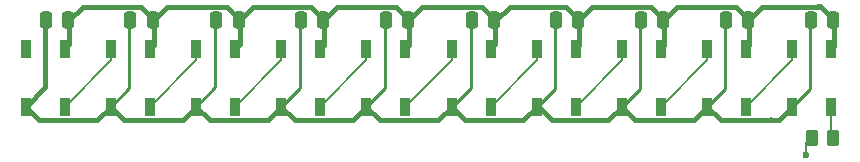
<source format=gbr>
%TF.GenerationSoftware,KiCad,Pcbnew,8.0.6*%
%TF.CreationDate,2025-02-09T14:24:31+00:00*%
%TF.ProjectId,disturbance-free-calling,64697374-7572-4626-916e-63652d667265,rev?*%
%TF.SameCoordinates,Original*%
%TF.FileFunction,Copper,L1,Top*%
%TF.FilePolarity,Positive*%
%FSLAX46Y46*%
G04 Gerber Fmt 4.6, Leading zero omitted, Abs format (unit mm)*
G04 Created by KiCad (PCBNEW 8.0.6) date 2025-02-09 14:24:31*
%MOMM*%
%LPD*%
G01*
G04 APERTURE LIST*
G04 Aperture macros list*
%AMRoundRect*
0 Rectangle with rounded corners*
0 $1 Rounding radius*
0 $2 $3 $4 $5 $6 $7 $8 $9 X,Y pos of 4 corners*
0 Add a 4 corners polygon primitive as box body*
4,1,4,$2,$3,$4,$5,$6,$7,$8,$9,$2,$3,0*
0 Add four circle primitives for the rounded corners*
1,1,$1+$1,$2,$3*
1,1,$1+$1,$4,$5*
1,1,$1+$1,$6,$7*
1,1,$1+$1,$8,$9*
0 Add four rect primitives between the rounded corners*
20,1,$1+$1,$2,$3,$4,$5,0*
20,1,$1+$1,$4,$5,$6,$7,0*
20,1,$1+$1,$6,$7,$8,$9,0*
20,1,$1+$1,$8,$9,$2,$3,0*%
G04 Aperture macros list end*
%TA.AperFunction,SMDPad,CuDef*%
%ADD10RoundRect,0.250000X0.262500X0.450000X-0.262500X0.450000X-0.262500X-0.450000X0.262500X-0.450000X0*%
%TD*%
%TA.AperFunction,SMDPad,CuDef*%
%ADD11RoundRect,0.090000X-0.360000X0.660000X-0.360000X-0.660000X0.360000X-0.660000X0.360000X0.660000X0*%
%TD*%
%TA.AperFunction,SMDPad,CuDef*%
%ADD12RoundRect,0.250000X0.250000X0.475000X-0.250000X0.475000X-0.250000X-0.475000X0.250000X-0.475000X0*%
%TD*%
%TA.AperFunction,ViaPad*%
%ADD13C,0.600000*%
%TD*%
%TA.AperFunction,ViaPad*%
%ADD14C,0.500000*%
%TD*%
%TA.AperFunction,Conductor*%
%ADD15C,0.203200*%
%TD*%
%TA.AperFunction,Conductor*%
%ADD16C,0.381000*%
%TD*%
%TA.AperFunction,Conductor*%
%ADD17C,0.254000*%
%TD*%
%TA.AperFunction,Conductor*%
%ADD18C,0.200000*%
%TD*%
G04 APERTURE END LIST*
D10*
%TO.P,R1,1*%
%TO.N,DATA*%
X137312500Y-65200000D03*
%TO.P,R1,2*%
%TO.N,Net-(U1-PA02_A0_D0)*%
X135487500Y-65200000D03*
%TD*%
D11*
%TO.P,D4,1,VDD*%
%TO.N,+5V*%
X115509372Y-57632500D03*
%TO.P,D4,2,DOUT*%
%TO.N,Net-(D4-DOUT)*%
X112209372Y-57632500D03*
%TO.P,D4,3,VSS*%
%TO.N,GND*%
X112209372Y-62532500D03*
%TO.P,D4,4,DIN*%
%TO.N,Net-(D3-DOUT)*%
X115509372Y-62532500D03*
%TD*%
%TO.P,D10,1,VDD*%
%TO.N,+5V*%
X72247484Y-57632500D03*
%TO.P,D10,2,DOUT*%
%TO.N,unconnected-(D10-DOUT-Pad2)*%
X68947484Y-57632500D03*
%TO.P,D10,3,VSS*%
%TO.N,GND*%
X68947484Y-62532500D03*
%TO.P,D10,4,DIN*%
%TO.N,Net-(D10-DIN)*%
X72247484Y-62532500D03*
%TD*%
D12*
%TO.P,C10,1*%
%TO.N,+5V*%
X72550000Y-55200000D03*
%TO.P,C10,2*%
%TO.N,GND*%
X70650000Y-55200000D03*
%TD*%
D11*
%TO.P,D5,1,VDD*%
%TO.N,+5V*%
X108299058Y-57632500D03*
%TO.P,D5,2,DOUT*%
%TO.N,Net-(D5-DOUT)*%
X104999058Y-57632500D03*
%TO.P,D5,3,VSS*%
%TO.N,GND*%
X104999058Y-62532500D03*
%TO.P,D5,4,DIN*%
%TO.N,Net-(D4-DOUT)*%
X108299058Y-62532500D03*
%TD*%
D12*
%TO.P,C5,1*%
%TO.N,+5V*%
X108587500Y-55200000D03*
%TO.P,C5,2*%
%TO.N,GND*%
X106687500Y-55200000D03*
%TD*%
D11*
%TO.P,D1,1,VDD*%
%TO.N,+5V*%
X137140314Y-57632500D03*
%TO.P,D1,2,DOUT*%
%TO.N,Net-(D1-DOUT)*%
X133840314Y-57632500D03*
%TO.P,D1,3,VSS*%
%TO.N,GND*%
X133840314Y-62532500D03*
%TO.P,D1,4,DIN*%
%TO.N,DATA*%
X137140314Y-62532500D03*
%TD*%
D12*
%TO.P,C4,1*%
%TO.N,+5V*%
X115712500Y-55200000D03*
%TO.P,C4,2*%
%TO.N,GND*%
X113812500Y-55200000D03*
%TD*%
%TO.P,C7,1*%
%TO.N,+5V*%
X94112500Y-55200000D03*
%TO.P,C7,2*%
%TO.N,GND*%
X92212500Y-55200000D03*
%TD*%
D11*
%TO.P,D3,1,VDD*%
%TO.N,+5V*%
X122719686Y-57632500D03*
%TO.P,D3,2,DOUT*%
%TO.N,Net-(D3-DOUT)*%
X119419686Y-57632500D03*
%TO.P,D3,3,VSS*%
%TO.N,GND*%
X119419686Y-62532500D03*
%TO.P,D3,4,DIN*%
%TO.N,Net-(D2-DOUT)*%
X122719686Y-62532500D03*
%TD*%
%TO.P,D7,1,VDD*%
%TO.N,+5V*%
X93878430Y-57632500D03*
%TO.P,D7,2,DOUT*%
%TO.N,Net-(D7-DOUT)*%
X90578430Y-57632500D03*
%TO.P,D7,3,VSS*%
%TO.N,GND*%
X90578430Y-62532500D03*
%TO.P,D7,4,DIN*%
%TO.N,Net-(D6-DOUT)*%
X93878430Y-62532500D03*
%TD*%
D12*
%TO.P,C8,1*%
%TO.N,+5V*%
X86987500Y-55200000D03*
%TO.P,C8,2*%
%TO.N,GND*%
X85087500Y-55200000D03*
%TD*%
%TO.P,C1,1*%
%TO.N,+5V*%
X137312500Y-55200000D03*
%TO.P,C1,2*%
%TO.N,GND*%
X135412500Y-55200000D03*
%TD*%
D11*
%TO.P,D6,1,VDD*%
%TO.N,+5V*%
X101088744Y-57632500D03*
%TO.P,D6,2,DOUT*%
%TO.N,Net-(D6-DOUT)*%
X97788744Y-57632500D03*
%TO.P,D6,3,VSS*%
%TO.N,GND*%
X97788744Y-62532500D03*
%TO.P,D6,4,DIN*%
%TO.N,Net-(D5-DOUT)*%
X101088744Y-62532500D03*
%TD*%
D12*
%TO.P,C6,1*%
%TO.N,+5V*%
X101312500Y-55200000D03*
%TO.P,C6,2*%
%TO.N,GND*%
X99412500Y-55200000D03*
%TD*%
%TO.P,C3,1*%
%TO.N,+5V*%
X122912500Y-55200000D03*
%TO.P,C3,2*%
%TO.N,GND*%
X121012500Y-55200000D03*
%TD*%
%TO.P,C9,1*%
%TO.N,+5V*%
X79712500Y-55200000D03*
%TO.P,C9,2*%
%TO.N,GND*%
X77812500Y-55200000D03*
%TD*%
D11*
%TO.P,D2,1,VDD*%
%TO.N,+5V*%
X129930000Y-57632500D03*
%TO.P,D2,2,DOUT*%
%TO.N,Net-(D2-DOUT)*%
X126630000Y-57632500D03*
%TO.P,D2,3,VSS*%
%TO.N,GND*%
X126630000Y-62532500D03*
%TO.P,D2,4,DIN*%
%TO.N,Net-(D1-DOUT)*%
X129930000Y-62532500D03*
%TD*%
D12*
%TO.P,C2,1*%
%TO.N,+5V*%
X130112500Y-55200000D03*
%TO.P,C2,2*%
%TO.N,GND*%
X128212500Y-55200000D03*
%TD*%
D11*
%TO.P,D8,1,VDD*%
%TO.N,+5V*%
X86668116Y-57632500D03*
%TO.P,D8,2,DOUT*%
%TO.N,Net-(D8-DOUT)*%
X83368116Y-57632500D03*
%TO.P,D8,3,VSS*%
%TO.N,GND*%
X83368116Y-62532500D03*
%TO.P,D8,4,DIN*%
%TO.N,Net-(D7-DOUT)*%
X86668116Y-62532500D03*
%TD*%
%TO.P,D9,1,VDD*%
%TO.N,+5V*%
X79457802Y-57632500D03*
%TO.P,D9,2,DOUT*%
%TO.N,Net-(D10-DIN)*%
X76157802Y-57632500D03*
%TO.P,D9,3,VSS*%
%TO.N,GND*%
X76157802Y-62532500D03*
%TO.P,D9,4,DIN*%
%TO.N,Net-(D8-DOUT)*%
X79457802Y-62532500D03*
%TD*%
D13*
%TO.N,+5V*%
X136200000Y-54084500D03*
D14*
%TO.N,GND*%
X132000000Y-63673000D03*
D13*
%TO.N,Net-(U1-PA02_A0_D0)*%
X135000000Y-66600000D03*
%TD*%
D15*
%TO.N,Net-(D1-DOUT)*%
X133840314Y-57632500D02*
X133840314Y-58622186D01*
X133840314Y-58622186D02*
X129930000Y-62532500D01*
D16*
%TO.N,+5V*%
X136284500Y-54084500D02*
X137400000Y-55200000D01*
X137400000Y-55200000D02*
X137400000Y-57372814D01*
X78684500Y-54084500D02*
X73753000Y-54084500D01*
X79800000Y-57290302D02*
X79457802Y-57632500D01*
X72637500Y-55200000D02*
X72637500Y-57242484D01*
X87075000Y-55200000D02*
X85959500Y-54084500D01*
X94200000Y-55200000D02*
X95315500Y-54084500D01*
X136200000Y-54084500D02*
X131315500Y-54084500D01*
X85959500Y-54084500D02*
X80915500Y-54084500D01*
X114684500Y-54084500D02*
X115800000Y-55200000D01*
X79600000Y-55200000D02*
X79800000Y-55200000D01*
X108675000Y-55200000D02*
X108675000Y-57256558D01*
X87075000Y-57225616D02*
X86668116Y-57632500D01*
X94200000Y-55200000D02*
X94200000Y-57310930D01*
X107559500Y-54084500D02*
X108675000Y-55200000D01*
X129084500Y-54084500D02*
X130200000Y-55200000D01*
X130200000Y-57362500D02*
X129930000Y-57632500D01*
X115800000Y-57341872D02*
X115509372Y-57632500D01*
X101400000Y-55200000D02*
X102515500Y-54084500D01*
X102515500Y-54084500D02*
X107559500Y-54084500D01*
X108675000Y-57256558D02*
X108299058Y-57632500D01*
X79800000Y-55200000D02*
X78684500Y-54084500D01*
X87075000Y-55200000D02*
X88190500Y-54084500D01*
X79800000Y-55200000D02*
X79400000Y-55600000D01*
X73753000Y-54084500D02*
X72637500Y-55200000D01*
X130200000Y-55200000D02*
X130200000Y-57362500D01*
X116915500Y-54084500D02*
X117800000Y-54084500D01*
X94200000Y-57310930D02*
X93878430Y-57632500D01*
X79800000Y-55200000D02*
X79800000Y-57290302D01*
X137400000Y-57372814D02*
X137140314Y-57632500D01*
X93084500Y-54084500D02*
X94200000Y-55200000D01*
X117800000Y-54084500D02*
X121884500Y-54084500D01*
X123000000Y-55200000D02*
X124115500Y-54084500D01*
X115800000Y-55200000D02*
X115800000Y-57341872D01*
X87075000Y-55200000D02*
X87075000Y-57225616D01*
X123000000Y-55200000D02*
X123000000Y-57352186D01*
X79400000Y-57574698D02*
X79457802Y-57632500D01*
X115800000Y-55200000D02*
X116915500Y-54084500D01*
X109915500Y-54084500D02*
X114684500Y-54084500D01*
X108800000Y-55200000D02*
X109915500Y-54084500D01*
X123000000Y-57352186D02*
X122719686Y-57632500D01*
X101400000Y-57321244D02*
X101088744Y-57632500D01*
X108675000Y-55200000D02*
X108800000Y-55200000D01*
X72637500Y-57242484D02*
X72247484Y-57632500D01*
X136200000Y-54084500D02*
X136284500Y-54084500D01*
X121884500Y-54084500D02*
X123000000Y-55200000D01*
X131315500Y-54084500D02*
X130200000Y-55200000D01*
X88190500Y-54084500D02*
X93084500Y-54084500D01*
X95315500Y-54084500D02*
X100284500Y-54084500D01*
X72637500Y-55200000D02*
X72637500Y-55237500D01*
X101400000Y-55200000D02*
X101400000Y-57321244D01*
X100284500Y-54084500D02*
X101400000Y-55200000D01*
X124115500Y-54084500D02*
X129084500Y-54084500D01*
X80915500Y-54084500D02*
X79800000Y-55200000D01*
%TO.N,GND*%
X112209372Y-62532500D02*
X112369058Y-62532500D01*
D17*
X77725000Y-60965302D02*
X76157802Y-62532500D01*
X135325000Y-61047814D02*
X133840314Y-62532500D01*
X120925000Y-61027186D02*
X119419686Y-62532500D01*
D16*
X82227616Y-63673000D02*
X83368116Y-62532500D01*
X70562500Y-55200000D02*
X70562500Y-60917484D01*
X84508616Y-63673000D02*
X89437930Y-63673000D01*
X70562500Y-60917484D02*
X68947484Y-62532500D01*
D17*
X128125000Y-55200000D02*
X128125000Y-61037500D01*
X113725000Y-55200000D02*
X113725000Y-61016872D01*
X128125000Y-61037500D02*
X126630000Y-62532500D01*
X106600000Y-55200000D02*
X106600000Y-60931558D01*
D16*
X103858558Y-63673000D02*
X104999058Y-62532500D01*
X127770500Y-63673000D02*
X132699814Y-63673000D01*
D17*
X77725000Y-55200000D02*
X77725000Y-60965302D01*
D16*
X76157802Y-62532500D02*
X77298302Y-63673000D01*
X89437930Y-63673000D02*
X90578430Y-62532500D01*
X70087984Y-63673000D02*
X75017302Y-63673000D01*
X68947484Y-62532500D02*
X70087984Y-63673000D01*
D17*
X113725000Y-61016872D02*
X112209372Y-62532500D01*
X99325000Y-55200000D02*
X99325000Y-60996244D01*
D16*
X113509558Y-63673000D02*
X116600000Y-63673000D01*
D17*
X92125000Y-60985930D02*
X90578430Y-62532500D01*
D16*
X97788744Y-62532500D02*
X98929244Y-63673000D01*
X111068872Y-63673000D02*
X112209372Y-62532500D01*
X96648244Y-63673000D02*
X97788744Y-62532500D01*
X132699814Y-63673000D02*
X133840314Y-62532500D01*
D17*
X99325000Y-60996244D02*
X97788744Y-62532500D01*
D16*
X106139558Y-63673000D02*
X111068872Y-63673000D01*
X75017302Y-63673000D02*
X76157802Y-62532500D01*
X91718930Y-63673000D02*
X96648244Y-63673000D01*
D17*
X92125000Y-55200000D02*
X92125000Y-60985930D01*
D16*
X83368116Y-62532500D02*
X84508616Y-63673000D01*
X112369058Y-62532500D02*
X113509558Y-63673000D01*
X116600000Y-63673000D02*
X118279186Y-63673000D01*
X120560186Y-63673000D02*
X125489500Y-63673000D01*
X118279186Y-63673000D02*
X119419686Y-62532500D01*
X90578430Y-62532500D02*
X91718930Y-63673000D01*
D17*
X120925000Y-55200000D02*
X120925000Y-61027186D01*
D16*
X132000000Y-63673000D02*
X132699814Y-63673000D01*
X77298302Y-63673000D02*
X82227616Y-63673000D01*
D17*
X135325000Y-55200000D02*
X135325000Y-61047814D01*
X85000000Y-60900616D02*
X83368116Y-62532500D01*
X106600000Y-60931558D02*
X104999058Y-62532500D01*
D16*
X70400000Y-55362500D02*
X70562500Y-55200000D01*
X125489500Y-63673000D02*
X126630000Y-62532500D01*
X119419686Y-62532500D02*
X120560186Y-63673000D01*
D17*
X85000000Y-55200000D02*
X85000000Y-60900616D01*
D16*
X90578430Y-62532500D02*
X90578430Y-62178430D01*
X98929244Y-63673000D02*
X103858558Y-63673000D01*
X126630000Y-62532500D02*
X127770500Y-63673000D01*
X104999058Y-62532500D02*
X106139558Y-63673000D01*
D15*
%TO.N,Net-(D2-DOUT)*%
X126630000Y-57632500D02*
X126630000Y-58622186D01*
X126630000Y-58622186D02*
X122719686Y-62532500D01*
%TO.N,Net-(D3-DOUT)*%
X119419686Y-57632500D02*
X119419686Y-58622186D01*
X119419686Y-58622186D02*
X115509372Y-62532500D01*
%TO.N,Net-(D4-DOUT)*%
X112209372Y-58622186D02*
X108299058Y-62532500D01*
X112209372Y-57632500D02*
X112209372Y-58622186D01*
%TO.N,Net-(D5-DOUT)*%
X104999058Y-57632500D02*
X104999058Y-58622186D01*
X104999058Y-58622186D02*
X101088744Y-62532500D01*
%TO.N,Net-(D6-DOUT)*%
X97788744Y-58622186D02*
X93878430Y-62532500D01*
X97788744Y-57632500D02*
X97788744Y-58622186D01*
%TO.N,Net-(D7-DOUT)*%
X90578430Y-58622186D02*
X86668116Y-62532500D01*
X90578430Y-57632500D02*
X90578430Y-58622186D01*
%TO.N,Net-(D8-DOUT)*%
X83368116Y-58622186D02*
X79457802Y-62532500D01*
X83368116Y-57632500D02*
X83368116Y-58622186D01*
%TO.N,Net-(D10-DIN)*%
X76157802Y-58622182D02*
X72247484Y-62532500D01*
X76157802Y-57632500D02*
X76157802Y-58622182D01*
D18*
%TO.N,DATA*%
X137140314Y-64940314D02*
X137140314Y-62532500D01*
X137400000Y-65200000D02*
X137140314Y-64940314D01*
%TO.N,Net-(U1-PA02_A0_D0)*%
X135000000Y-66600000D02*
X135000000Y-65600000D01*
X135000000Y-65600000D02*
X135400000Y-65200000D01*
%TD*%
M02*

</source>
